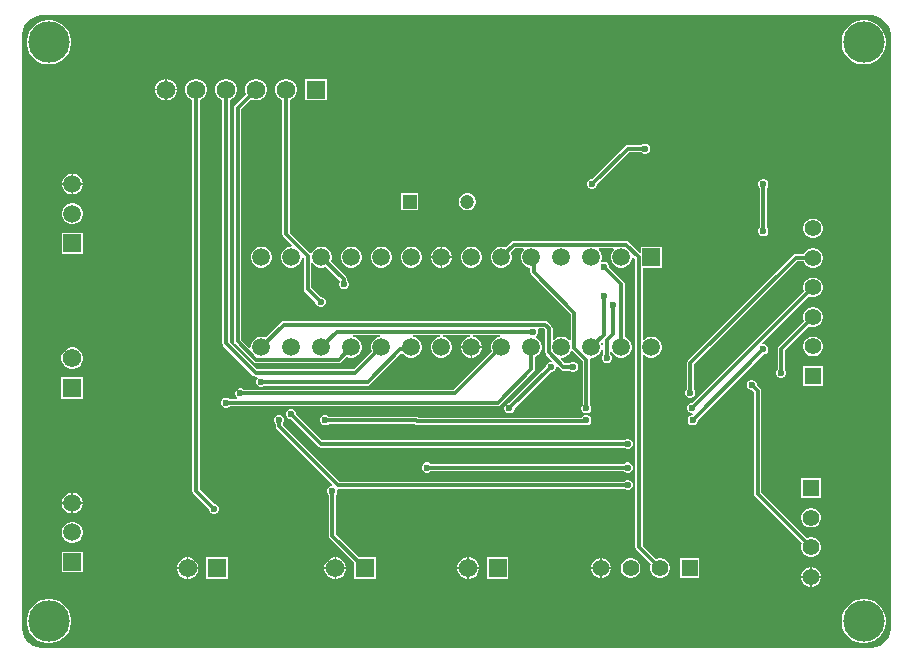
<source format=gbl>
G04*
G04 #@! TF.GenerationSoftware,Altium Limited,Altium Designer,23.4.1 (23)*
G04*
G04 Layer_Physical_Order=2*
G04 Layer_Color=16711680*
%FSLAX44Y44*%
%MOMM*%
G71*
G04*
G04 #@! TF.SameCoordinates,2805C024-4D9A-4381-85FD-023388383D32*
G04*
G04*
G04 #@! TF.FilePolarity,Positive*
G04*
G01*
G75*
%ADD35R,1.5700X1.5700*%
%ADD36C,1.5700*%
%ADD41R,1.4000X1.4000*%
%ADD42C,1.4000*%
%ADD43R,1.4000X1.4000*%
%ADD45C,0.3500*%
%ADD46C,3.5000*%
%ADD47R,1.5080X1.5080*%
%ADD48C,1.5080*%
%ADD49R,1.5750X1.5750*%
%ADD50C,1.5750*%
%ADD51R,1.5750X1.5750*%
%ADD52R,1.5000X1.5000*%
%ADD53C,1.5000*%
%ADD54C,1.2000*%
%ADD55R,1.2000X1.2000*%
%ADD56C,0.6000*%
G36*
X720000Y537961D02*
X721769Y537961D01*
X725239Y537271D01*
X728508Y535917D01*
X731449Y533951D01*
X733951Y531449D01*
X735917Y528508D01*
X737271Y525239D01*
X737961Y521769D01*
X737961Y520000D01*
X737961Y20000D01*
X737961Y18231D01*
X737271Y14761D01*
X735917Y11492D01*
X733951Y8551D01*
X731449Y6049D01*
X728508Y4083D01*
X725239Y2729D01*
X721769Y2039D01*
X720000D01*
X20000Y2039D01*
X18231D01*
X14761Y2729D01*
X11492Y4083D01*
X8551Y6049D01*
X6049Y8551D01*
X4083Y11492D01*
X2729Y14761D01*
X2039Y18231D01*
X2039Y20000D01*
Y520000D01*
X2039Y521769D01*
X2729Y525239D01*
X4083Y528508D01*
X6049Y531449D01*
X8551Y533951D01*
X11492Y535917D01*
X14761Y537271D01*
X18231Y537961D01*
X20000Y537961D01*
X720000Y537961D01*
D02*
G37*
%LPC*%
G36*
X716849Y533770D02*
X713151D01*
X709525Y533049D01*
X706109Y531634D01*
X703035Y529580D01*
X700420Y526965D01*
X698366Y523891D01*
X696951Y520475D01*
X696230Y516849D01*
Y513151D01*
X696951Y509525D01*
X698366Y506109D01*
X700420Y503035D01*
X703035Y500420D01*
X706109Y498366D01*
X709525Y496951D01*
X713151Y496230D01*
X716849D01*
X720475Y496951D01*
X723891Y498366D01*
X726965Y500420D01*
X729580Y503035D01*
X731634Y506109D01*
X733049Y509525D01*
X733770Y513151D01*
Y516849D01*
X733049Y520475D01*
X731634Y523891D01*
X729580Y526965D01*
X726965Y529580D01*
X723891Y531634D01*
X720475Y533049D01*
X716849Y533770D01*
D02*
G37*
G36*
X26849D02*
X23151D01*
X19525Y533049D01*
X16109Y531634D01*
X13035Y529580D01*
X10420Y526965D01*
X8366Y523891D01*
X6951Y520475D01*
X6230Y516849D01*
Y513151D01*
X6951Y509525D01*
X8366Y506109D01*
X10420Y503035D01*
X13035Y500420D01*
X16109Y498366D01*
X19525Y496951D01*
X23151Y496230D01*
X26849D01*
X30475Y496951D01*
X33891Y498366D01*
X36965Y500420D01*
X39580Y503035D01*
X41634Y506109D01*
X43049Y509525D01*
X43770Y513151D01*
Y516849D01*
X43049Y520475D01*
X41634Y523891D01*
X39580Y526965D01*
X36965Y529580D01*
X33891Y531634D01*
X30475Y533049D01*
X26849Y533770D01*
D02*
G37*
G36*
X125401Y484120D02*
X124835D01*
Y475635D01*
X133320D01*
Y476201D01*
X132698Y478520D01*
X131498Y480600D01*
X129800Y482298D01*
X127720Y483498D01*
X125401Y484120D01*
D02*
G37*
G36*
X123565D02*
X122999D01*
X120680Y483498D01*
X118600Y482298D01*
X116902Y480600D01*
X115702Y478520D01*
X115080Y476201D01*
Y475635D01*
X123565D01*
Y484120D01*
D02*
G37*
G36*
X260320D02*
X242080D01*
Y465880D01*
X260320D01*
Y484120D01*
D02*
G37*
G36*
X133320Y474365D02*
X124835D01*
Y465880D01*
X125401D01*
X127720Y466502D01*
X129800Y467702D01*
X131498Y469400D01*
X132698Y471480D01*
X133320Y473799D01*
Y474365D01*
D02*
G37*
G36*
X123565D02*
X115080D01*
Y473799D01*
X115702Y471480D01*
X116902Y469400D01*
X118600Y467702D01*
X120680Y466502D01*
X122999Y465880D01*
X123565D01*
Y474365D01*
D02*
G37*
G36*
X530849Y429270D02*
X529151D01*
X527581Y428620D01*
X527040Y428079D01*
X515000D01*
X513822Y427845D01*
X512823Y427177D01*
X484915Y399270D01*
X484151D01*
X482581Y398620D01*
X481380Y397419D01*
X480730Y395849D01*
Y394151D01*
X481380Y392581D01*
X482581Y391380D01*
X484151Y390730D01*
X485849D01*
X487419Y391380D01*
X488620Y392581D01*
X489270Y394151D01*
Y394915D01*
X516275Y421921D01*
X527040D01*
X527581Y421380D01*
X529151Y420730D01*
X530849D01*
X532419Y421380D01*
X533620Y422581D01*
X534270Y424151D01*
Y425849D01*
X533620Y427419D01*
X532419Y428620D01*
X530849Y429270D01*
D02*
G37*
G36*
X46160Y403810D02*
X45635D01*
Y395635D01*
X53810D01*
Y396160D01*
X53210Y398400D01*
X52050Y400410D01*
X50409Y402050D01*
X48401Y403210D01*
X46160Y403810D01*
D02*
G37*
G36*
X44365D02*
X43840D01*
X41599Y403210D01*
X39590Y402050D01*
X37950Y400410D01*
X36790Y398400D01*
X36190Y396160D01*
Y395635D01*
X44365D01*
Y403810D01*
D02*
G37*
G36*
X53810Y394365D02*
X45635D01*
Y386190D01*
X46160D01*
X48401Y386790D01*
X50409Y387950D01*
X52050Y389590D01*
X53210Y391600D01*
X53810Y393840D01*
Y394365D01*
D02*
G37*
G36*
X44365D02*
X36190D01*
Y393840D01*
X36790Y391600D01*
X37950Y389590D01*
X39590Y387950D01*
X41599Y386790D01*
X43840Y386190D01*
X44365D01*
Y394365D01*
D02*
G37*
G36*
X380357Y387270D02*
X378443D01*
X376594Y386775D01*
X374936Y385817D01*
X373583Y384464D01*
X372625Y382806D01*
X372130Y380957D01*
Y379043D01*
X372625Y377194D01*
X373583Y375536D01*
X374936Y374183D01*
X376594Y373225D01*
X378443Y372730D01*
X380357D01*
X382206Y373225D01*
X383864Y374183D01*
X385217Y375536D01*
X386175Y377194D01*
X386670Y379043D01*
Y380957D01*
X386175Y382806D01*
X385217Y384464D01*
X383864Y385817D01*
X382206Y386775D01*
X380357Y387270D01*
D02*
G37*
G36*
X337870D02*
X323330D01*
Y372730D01*
X337870D01*
Y387270D01*
D02*
G37*
G36*
X46160Y378810D02*
X43840D01*
X41599Y378210D01*
X39590Y377050D01*
X37950Y375410D01*
X36790Y373400D01*
X36190Y371160D01*
Y368840D01*
X36790Y366600D01*
X37950Y364590D01*
X39590Y362950D01*
X41599Y361790D01*
X43840Y361190D01*
X46160D01*
X48401Y361790D01*
X50409Y362950D01*
X52050Y364590D01*
X53210Y366600D01*
X53810Y368840D01*
Y371160D01*
X53210Y373400D01*
X52050Y375410D01*
X50409Y377050D01*
X48401Y378210D01*
X46160Y378810D01*
D02*
G37*
G36*
X630849Y399270D02*
X629151D01*
X627581Y398620D01*
X626380Y397419D01*
X625730Y395849D01*
Y394151D01*
X626380Y392581D01*
X626921Y392040D01*
Y357960D01*
X626380Y357419D01*
X625730Y355849D01*
Y354151D01*
X626380Y352581D01*
X627581Y351380D01*
X629151Y350730D01*
X630849D01*
X632419Y351380D01*
X633620Y352581D01*
X634270Y354151D01*
Y355849D01*
X633620Y357419D01*
X633079Y357960D01*
Y392040D01*
X633620Y392581D01*
X634270Y394151D01*
Y395849D01*
X633620Y397419D01*
X632419Y398620D01*
X630849Y399270D01*
D02*
G37*
G36*
X673089Y365770D02*
X670911D01*
X668808Y365207D01*
X666922Y364118D01*
X665383Y362578D01*
X664294Y360692D01*
X663730Y358589D01*
Y356411D01*
X664294Y354308D01*
X665383Y352422D01*
X666922Y350882D01*
X668808Y349794D01*
X670911Y349230D01*
X673089D01*
X675192Y349794D01*
X677078Y350882D01*
X678618Y352422D01*
X679707Y354308D01*
X680270Y356411D01*
Y358589D01*
X679707Y360692D01*
X678618Y362578D01*
X677078Y364118D01*
X675192Y365207D01*
X673089Y365770D01*
D02*
G37*
G36*
X53810Y353810D02*
X36190D01*
Y336190D01*
X53810D01*
Y353810D01*
D02*
G37*
G36*
X358455Y341870D02*
X357935D01*
Y333735D01*
X366070D01*
Y334254D01*
X365472Y336485D01*
X364318Y338485D01*
X362685Y340118D01*
X360685Y341272D01*
X358455Y341870D01*
D02*
G37*
G36*
X356665D02*
X356146D01*
X353915Y341272D01*
X351915Y340118D01*
X350282Y338485D01*
X349128Y336485D01*
X348530Y334254D01*
Y333735D01*
X356665D01*
Y341870D01*
D02*
G37*
G36*
X383855D02*
X381545D01*
X379315Y341272D01*
X377315Y340118D01*
X375682Y338485D01*
X374528Y336485D01*
X373930Y334254D01*
Y331945D01*
X374528Y329715D01*
X375682Y327715D01*
X377315Y326082D01*
X379315Y324927D01*
X381545Y324330D01*
X383855D01*
X386085Y324927D01*
X388085Y326082D01*
X389718Y327715D01*
X390872Y329715D01*
X391470Y331945D01*
Y334254D01*
X390872Y336485D01*
X389718Y338485D01*
X388085Y340118D01*
X386085Y341272D01*
X383855Y341870D01*
D02*
G37*
G36*
X366070Y332465D02*
X357935D01*
Y324330D01*
X358455D01*
X360685Y324927D01*
X362685Y326082D01*
X364318Y327715D01*
X365472Y329715D01*
X366070Y331945D01*
Y332465D01*
D02*
G37*
G36*
X356665D02*
X348530D01*
Y331945D01*
X349128Y329715D01*
X350282Y327715D01*
X351915Y326082D01*
X353915Y324927D01*
X356146Y324330D01*
X356665D01*
Y332465D01*
D02*
G37*
G36*
X333055Y341870D02*
X330746D01*
X328515Y341272D01*
X326515Y340118D01*
X324882Y338485D01*
X323728Y336485D01*
X323130Y334254D01*
Y331945D01*
X323728Y329715D01*
X324882Y327715D01*
X326515Y326082D01*
X328515Y324927D01*
X330746Y324330D01*
X333055D01*
X335285Y324927D01*
X337285Y326082D01*
X338918Y327715D01*
X340072Y329715D01*
X340670Y331945D01*
Y334254D01*
X340072Y336485D01*
X338918Y338485D01*
X337285Y340118D01*
X335285Y341272D01*
X333055Y341870D01*
D02*
G37*
G36*
X307655D02*
X305345D01*
X303115Y341272D01*
X301115Y340118D01*
X299482Y338485D01*
X298328Y336485D01*
X297730Y334254D01*
Y331945D01*
X298328Y329715D01*
X299482Y327715D01*
X301115Y326082D01*
X303115Y324927D01*
X305345Y324330D01*
X307655D01*
X309885Y324927D01*
X311885Y326082D01*
X313518Y327715D01*
X314672Y329715D01*
X315270Y331945D01*
Y334254D01*
X314672Y336485D01*
X313518Y338485D01*
X311885Y340118D01*
X309885Y341272D01*
X307655Y341870D01*
D02*
G37*
G36*
X282255D02*
X279946D01*
X277715Y341272D01*
X275715Y340118D01*
X274082Y338485D01*
X272928Y336485D01*
X272330Y334254D01*
Y331945D01*
X272928Y329715D01*
X274082Y327715D01*
X275715Y326082D01*
X277715Y324927D01*
X279946Y324330D01*
X282255D01*
X284485Y324927D01*
X286485Y326082D01*
X288118Y327715D01*
X289272Y329715D01*
X289870Y331945D01*
Y334254D01*
X289272Y336485D01*
X288118Y338485D01*
X286485Y340118D01*
X284485Y341272D01*
X282255Y341870D01*
D02*
G37*
G36*
X206055D02*
X203745D01*
X201515Y341272D01*
X199515Y340118D01*
X197882Y338485D01*
X196728Y336485D01*
X196130Y334254D01*
Y331945D01*
X196728Y329715D01*
X197882Y327715D01*
X199515Y326082D01*
X201515Y324927D01*
X203745Y324330D01*
X206055D01*
X208285Y324927D01*
X210285Y326082D01*
X211918Y327715D01*
X213072Y329715D01*
X213670Y331945D01*
Y334254D01*
X213072Y336485D01*
X211918Y338485D01*
X210285Y340118D01*
X208285Y341272D01*
X206055Y341870D01*
D02*
G37*
G36*
X673089Y340770D02*
X670911D01*
X668808Y340206D01*
X666922Y339118D01*
X665383Y337578D01*
X664294Y335692D01*
X664264Y335579D01*
X657500D01*
X656322Y335345D01*
X655323Y334677D01*
X566003Y245357D01*
X565335Y244358D01*
X565101Y243180D01*
Y221140D01*
X564560Y220599D01*
X563910Y219029D01*
Y217331D01*
X564560Y215761D01*
X565761Y214560D01*
X567331Y213910D01*
X569029D01*
X570599Y214560D01*
X571800Y215761D01*
X572450Y217331D01*
Y219029D01*
X571800Y220599D01*
X571259Y221140D01*
Y241905D01*
X658775Y329421D01*
X664264D01*
X664294Y329308D01*
X665383Y327422D01*
X666922Y325882D01*
X668808Y324794D01*
X670911Y324230D01*
X673089D01*
X675192Y324794D01*
X677078Y325882D01*
X678618Y327422D01*
X679707Y329308D01*
X680270Y331411D01*
Y333589D01*
X679707Y335692D01*
X678618Y337578D01*
X677078Y339118D01*
X675192Y340206D01*
X673089Y340770D01*
D02*
G37*
G36*
X227001Y484120D02*
X224599D01*
X222280Y483498D01*
X220200Y482298D01*
X218502Y480600D01*
X217302Y478520D01*
X216680Y476201D01*
Y473799D01*
X217302Y471480D01*
X218502Y469400D01*
X220200Y467702D01*
X222280Y466502D01*
X222721Y466383D01*
Y352477D01*
X222955Y351299D01*
X223623Y350300D01*
X230783Y343140D01*
X230257Y341870D01*
X229146D01*
X226915Y341272D01*
X224915Y340118D01*
X223282Y338485D01*
X222128Y336485D01*
X221530Y334254D01*
Y331945D01*
X222128Y329715D01*
X223282Y327715D01*
X224915Y326082D01*
X226915Y324927D01*
X229146Y324330D01*
X231455D01*
X233685Y324927D01*
X235685Y326082D01*
X237318Y327715D01*
X238472Y329715D01*
X239070Y331945D01*
Y332515D01*
X240329Y333083D01*
X240988Y332571D01*
Y305933D01*
X241222Y304755D01*
X241890Y303755D01*
X250730Y294915D01*
Y294151D01*
X251380Y292581D01*
X252581Y291380D01*
X254151Y290730D01*
X255849D01*
X257419Y291380D01*
X258620Y292581D01*
X259270Y294151D01*
Y295849D01*
X258620Y297419D01*
X257419Y298620D01*
X255849Y299270D01*
X255085D01*
X247146Y307208D01*
Y327836D01*
X248416Y328176D01*
X248682Y327715D01*
X250315Y326082D01*
X252315Y324927D01*
X254545Y324330D01*
X256855D01*
X259085Y324927D01*
X259359Y325086D01*
X271443Y313003D01*
Y312481D01*
X271380Y312419D01*
X270730Y310849D01*
Y309151D01*
X271380Y307581D01*
X272581Y306380D01*
X274151Y305730D01*
X275849D01*
X277419Y306380D01*
X278620Y307581D01*
X279270Y309151D01*
Y310849D01*
X278620Y312419D01*
X277601Y313438D01*
Y314278D01*
X277601Y314278D01*
X277366Y315457D01*
X276699Y316456D01*
X263714Y329440D01*
X263872Y329715D01*
X264470Y331945D01*
Y334254D01*
X263872Y336485D01*
X262718Y338485D01*
X261085Y340118D01*
X259085Y341272D01*
X256855Y341870D01*
X254545D01*
X252315Y341272D01*
X250315Y340118D01*
X248682Y338485D01*
X247611Y336629D01*
X246905Y336438D01*
X246706Y336423D01*
X246199Y336433D01*
X228879Y353753D01*
Y466383D01*
X229320Y466502D01*
X231400Y467702D01*
X233098Y469400D01*
X234298Y471480D01*
X234920Y473799D01*
Y476201D01*
X234298Y478520D01*
X233098Y480600D01*
X231400Y482298D01*
X229320Y483498D01*
X227001Y484120D01*
D02*
G37*
G36*
X673089Y315770D02*
X670911D01*
X668808Y315206D01*
X666922Y314117D01*
X665383Y312578D01*
X664294Y310692D01*
X663730Y308589D01*
Y306411D01*
X664279Y304363D01*
X569666Y209750D01*
X568671D01*
X567101Y209100D01*
X565900Y207899D01*
X565250Y206329D01*
Y204631D01*
X565900Y203061D01*
X567101Y201860D01*
X568671Y201210D01*
X569934D01*
X570533Y200136D01*
X569791Y199270D01*
X569151D01*
X567581Y198620D01*
X566380Y197419D01*
X565730Y195849D01*
Y194151D01*
X566380Y192581D01*
X567581Y191380D01*
X569151Y190730D01*
X570849D01*
X572419Y191380D01*
X573620Y192581D01*
X574270Y194151D01*
Y194915D01*
X630085Y250730D01*
X630849D01*
X632419Y251380D01*
X633620Y252581D01*
X634270Y254151D01*
Y255849D01*
X633620Y257419D01*
X632419Y258620D01*
X630849Y259270D01*
X629691D01*
X629165Y260540D01*
X668561Y299936D01*
X668808Y299793D01*
X670911Y299230D01*
X673089D01*
X675192Y299793D01*
X677078Y300882D01*
X678618Y302422D01*
X679707Y304308D01*
X680270Y306411D01*
Y308589D01*
X679707Y310692D01*
X678618Y312578D01*
X677078Y314117D01*
X675192Y315206D01*
X673089Y315770D01*
D02*
G37*
G36*
Y290770D02*
X670911D01*
X668808Y290207D01*
X666922Y289118D01*
X665383Y287578D01*
X664294Y285692D01*
X663730Y283589D01*
Y281411D01*
X664294Y279308D01*
X664352Y279207D01*
X642823Y257677D01*
X642155Y256678D01*
X641921Y255500D01*
Y237959D01*
X641380Y237419D01*
X640730Y235849D01*
Y234151D01*
X641380Y232581D01*
X642581Y231380D01*
X644151Y230730D01*
X645849D01*
X647419Y231380D01*
X648620Y232581D01*
X649270Y234151D01*
Y235849D01*
X648620Y237419D01*
X648079Y237959D01*
Y254224D01*
X668707Y274852D01*
X668808Y274794D01*
X670911Y274230D01*
X673089D01*
X675192Y274794D01*
X677078Y275882D01*
X678618Y277422D01*
X679707Y279308D01*
X680270Y281411D01*
Y283589D01*
X679707Y285692D01*
X678618Y287578D01*
X677078Y289118D01*
X675192Y290207D01*
X673089Y290770D01*
D02*
G37*
G36*
Y265770D02*
X670911D01*
X668808Y265206D01*
X666922Y264118D01*
X665383Y262578D01*
X664294Y260692D01*
X663730Y258589D01*
Y256411D01*
X664294Y254308D01*
X665383Y252422D01*
X666922Y250882D01*
X668808Y249793D01*
X670911Y249230D01*
X673089D01*
X675192Y249793D01*
X677078Y250882D01*
X678618Y252422D01*
X679707Y254308D01*
X680270Y256411D01*
Y258589D01*
X679707Y260692D01*
X678618Y262578D01*
X677078Y264118D01*
X675192Y265206D01*
X673089Y265770D01*
D02*
G37*
G36*
X391470Y256265D02*
X383335D01*
Y248130D01*
X383855D01*
X386085Y248727D01*
X388085Y249882D01*
X389718Y251515D01*
X390872Y253515D01*
X391470Y255745D01*
Y256265D01*
D02*
G37*
G36*
X382065D02*
X373930D01*
Y255745D01*
X374528Y253515D01*
X375682Y251515D01*
X377315Y249882D01*
X379315Y248727D01*
X381545Y248130D01*
X382065D01*
Y256265D01*
D02*
G37*
G36*
X45954Y256645D02*
X43546D01*
X41220Y256022D01*
X39135Y254818D01*
X37432Y253115D01*
X36228Y251030D01*
X35605Y248704D01*
Y246296D01*
X36228Y243970D01*
X37432Y241885D01*
X39135Y240182D01*
X41220Y238978D01*
X43546Y238355D01*
X45954D01*
X48280Y238978D01*
X50365Y240182D01*
X52068Y241885D01*
X53272Y243970D01*
X53895Y246296D01*
Y248704D01*
X53272Y251030D01*
X52068Y253115D01*
X50365Y254818D01*
X48280Y256022D01*
X45954Y256645D01*
D02*
G37*
G36*
X201601Y484120D02*
X199199D01*
X196880Y483498D01*
X194800Y482298D01*
X193102Y480600D01*
X191901Y478520D01*
X191280Y476201D01*
Y473799D01*
X191901Y471480D01*
X192130Y471084D01*
X182823Y461777D01*
X182155Y460778D01*
X181921Y459600D01*
Y261922D01*
X182155Y260744D01*
X182823Y259745D01*
X198365Y244203D01*
X198365Y244203D01*
X199364Y243535D01*
X200543Y243301D01*
X200543Y243301D01*
X270580D01*
X271758Y243535D01*
X272757Y244203D01*
X277441Y248886D01*
X277715Y248727D01*
X279946Y248130D01*
X282255D01*
X284485Y248727D01*
X286485Y249882D01*
X288118Y251515D01*
X289272Y253515D01*
X289870Y255745D01*
Y258054D01*
X289272Y260285D01*
X288118Y262285D01*
X286485Y263918D01*
X284485Y265072D01*
X282255Y265670D01*
X282300Y266921D01*
X305300D01*
X305345Y265670D01*
X303115Y265072D01*
X301115Y263918D01*
X299482Y262285D01*
X298328Y260285D01*
X297730Y258054D01*
Y255745D01*
X298328Y253515D01*
X298486Y253241D01*
X283325Y238079D01*
X201275D01*
X178079Y261275D01*
Y466383D01*
X178520Y466502D01*
X180600Y467702D01*
X182298Y469400D01*
X183498Y471480D01*
X184120Y473799D01*
Y476201D01*
X183498Y478520D01*
X182298Y480600D01*
X180600Y482298D01*
X178520Y483498D01*
X176201Y484120D01*
X173799D01*
X171480Y483498D01*
X169400Y482298D01*
X167702Y480600D01*
X166502Y478520D01*
X165880Y476201D01*
Y473799D01*
X166502Y471480D01*
X167702Y469400D01*
X169400Y467702D01*
X171480Y466502D01*
X171921Y466383D01*
Y260000D01*
X172155Y258822D01*
X172823Y257823D01*
X197823Y232823D01*
X197823Y232823D01*
X198822Y232155D01*
X200000Y231921D01*
X200000Y231921D01*
X201586D01*
X202112Y230651D01*
X201380Y229919D01*
X200730Y228349D01*
Y226651D01*
X201380Y225081D01*
X202581Y223880D01*
X204151Y223230D01*
X205849D01*
X207419Y223880D01*
X207959Y224421D01*
X295000D01*
X296178Y224655D01*
X297177Y225323D01*
X323501Y251646D01*
X324879Y251520D01*
X324882Y251515D01*
X326515Y249882D01*
X328515Y248727D01*
X330746Y248130D01*
X333055D01*
X335285Y248727D01*
X337285Y249882D01*
X338918Y251515D01*
X340072Y253515D01*
X340670Y255745D01*
Y258054D01*
X340072Y260285D01*
X338918Y262285D01*
X337285Y263918D01*
X335285Y265072D01*
X333055Y265670D01*
X333101Y266921D01*
X356100D01*
X356146Y265670D01*
X353915Y265072D01*
X351915Y263918D01*
X350282Y262285D01*
X349128Y260285D01*
X348530Y258054D01*
Y255745D01*
X349128Y253515D01*
X350282Y251515D01*
X351915Y249882D01*
X353915Y248727D01*
X356146Y248130D01*
X358455D01*
X360685Y248727D01*
X362685Y249882D01*
X364318Y251515D01*
X365472Y253515D01*
X366070Y255745D01*
Y258054D01*
X365472Y260285D01*
X364318Y262285D01*
X362685Y263918D01*
X360685Y265072D01*
X358455Y265670D01*
X358501Y266921D01*
X381500D01*
X381545Y265670D01*
X379315Y265072D01*
X377315Y263918D01*
X375682Y262285D01*
X374528Y260285D01*
X373930Y258054D01*
Y257535D01*
X382700D01*
X391470D01*
Y258054D01*
X390872Y260285D01*
X389718Y262285D01*
X388085Y263918D01*
X386085Y265072D01*
X383855Y265670D01*
X383900Y266921D01*
X406900D01*
X406945Y265670D01*
X404715Y265072D01*
X402715Y263918D01*
X401082Y262285D01*
X399928Y260285D01*
X399330Y258054D01*
Y255745D01*
X399928Y253515D01*
X400086Y253241D01*
X367690Y220844D01*
X190194D01*
X189654Y221385D01*
X188084Y222035D01*
X186386D01*
X184816Y221385D01*
X183615Y220184D01*
X182965Y218614D01*
Y216916D01*
X183615Y215346D01*
X184612Y214349D01*
X184393Y213385D01*
X184223Y213079D01*
X177959D01*
X177419Y213620D01*
X175849Y214270D01*
X174151D01*
X172581Y213620D01*
X171380Y212419D01*
X170730Y210849D01*
Y209151D01*
X171380Y207581D01*
X172581Y206380D01*
X174151Y205730D01*
X175849D01*
X177419Y206380D01*
X177959Y206921D01*
X405000D01*
X406178Y207155D01*
X407177Y207823D01*
X435677Y236323D01*
X436345Y237322D01*
X436579Y238500D01*
Y248646D01*
X436885Y248727D01*
X438885Y249882D01*
X440518Y251515D01*
X441672Y253515D01*
X442270Y255745D01*
Y258054D01*
X441672Y260285D01*
X440518Y262285D01*
X438885Y263918D01*
X437175Y264905D01*
X437095Y265846D01*
X437217Y266297D01*
X437419Y266380D01*
X438620Y267581D01*
X439270Y269151D01*
Y270849D01*
X438930Y271671D01*
X439757Y272941D01*
X444034D01*
X445301Y271674D01*
Y252542D01*
X445535Y251364D01*
X446203Y250365D01*
X451124Y245443D01*
X451092Y245305D01*
X450502Y244270D01*
X449151D01*
X447581Y243620D01*
X446380Y242419D01*
X445730Y240849D01*
Y240084D01*
X414915Y209270D01*
X414151D01*
X412581Y208620D01*
X411380Y207419D01*
X410730Y205849D01*
Y204151D01*
X411380Y202581D01*
X412581Y201380D01*
X414151Y200730D01*
X415849D01*
X417419Y201380D01*
X418620Y202581D01*
X419270Y204151D01*
Y204915D01*
X450085Y235730D01*
X450849D01*
X452419Y236380D01*
X453620Y237581D01*
X454270Y239151D01*
Y240502D01*
X455305Y241092D01*
X455443Y241125D01*
X458553Y238015D01*
X459552Y237348D01*
X460730Y237113D01*
X465828D01*
X466561Y236380D01*
X468131Y235730D01*
X469829D01*
X471399Y236380D01*
X472600Y237581D01*
X473250Y239151D01*
Y240849D01*
X472600Y242419D01*
X471399Y243620D01*
X469829Y244270D01*
X468131D01*
X466561Y243620D01*
X466213Y243272D01*
X462006D01*
X458417Y246860D01*
X458943Y248130D01*
X460055D01*
X462285Y248727D01*
X464285Y249882D01*
X465918Y251515D01*
X466922Y253254D01*
X467827Y253544D01*
X468401Y253567D01*
X476921Y245047D01*
Y207959D01*
X476380Y207419D01*
X475730Y205849D01*
Y204151D01*
X476380Y202581D01*
X477581Y201380D01*
X479151Y200730D01*
X480849D01*
X482419Y201380D01*
X483620Y202581D01*
X484270Y204151D01*
Y205849D01*
X483620Y207419D01*
X483079Y207959D01*
Y246322D01*
X482960Y246922D01*
X482964Y246948D01*
X483774Y248047D01*
X483916Y248130D01*
X485455D01*
X487685Y248727D01*
X489685Y249882D01*
X491318Y251515D01*
X492472Y253515D01*
X493070Y255745D01*
Y258054D01*
X492472Y260285D01*
X492314Y260559D01*
X493177Y261422D01*
X494350Y260936D01*
Y250389D01*
X493880Y249919D01*
X493230Y248349D01*
Y246651D01*
X493880Y245081D01*
X495081Y243880D01*
X496651Y243230D01*
X498349D01*
X499919Y243880D01*
X501120Y245081D01*
X501770Y246651D01*
Y248349D01*
X501120Y249919D01*
X500508Y250530D01*
Y252740D01*
X501778Y253081D01*
X502682Y251515D01*
X504315Y249882D01*
X506315Y248727D01*
X508545Y248130D01*
X510855D01*
X513085Y248727D01*
X515085Y249882D01*
X516718Y251515D01*
X517872Y253515D01*
X518470Y255745D01*
Y258054D01*
X517872Y260285D01*
X516718Y262285D01*
X515085Y263918D01*
X513085Y265072D01*
X512779Y265154D01*
Y310300D01*
X512545Y311478D01*
X511877Y312477D01*
X499270Y325085D01*
Y325849D01*
X498620Y327419D01*
X497419Y328620D01*
X495849Y329270D01*
X494151D01*
X493535Y329015D01*
X493050Y329335D01*
X492543Y329979D01*
X493070Y331945D01*
Y334254D01*
X492472Y336485D01*
X491318Y338485D01*
X490532Y339271D01*
X491058Y340541D01*
X502942D01*
X503468Y339271D01*
X502682Y338485D01*
X501528Y336485D01*
X500930Y334254D01*
Y331945D01*
X501528Y329715D01*
X502682Y327715D01*
X504315Y326082D01*
X506315Y324927D01*
X508545Y324330D01*
X510855D01*
X513085Y324927D01*
X515085Y326082D01*
X516718Y327715D01*
X517872Y329715D01*
X518470Y331945D01*
Y333057D01*
X519740Y333583D01*
X521501Y331822D01*
Y87670D01*
X521735Y86492D01*
X522403Y85493D01*
X534852Y73043D01*
X534794Y72942D01*
X534230Y70839D01*
Y68661D01*
X534794Y66558D01*
X535882Y64672D01*
X537422Y63132D01*
X539308Y62044D01*
X541411Y61480D01*
X543589D01*
X545692Y62044D01*
X547578Y63132D01*
X549118Y64672D01*
X550206Y66558D01*
X550770Y68661D01*
Y70839D01*
X550206Y72942D01*
X549118Y74828D01*
X547578Y76368D01*
X545692Y77456D01*
X543589Y78020D01*
X541411D01*
X539308Y77456D01*
X539207Y77398D01*
X527659Y88945D01*
Y250142D01*
X528929Y250668D01*
X529715Y249882D01*
X531715Y248727D01*
X533946Y248130D01*
X536255D01*
X538485Y248727D01*
X540485Y249882D01*
X542118Y251515D01*
X543272Y253515D01*
X543870Y255745D01*
Y258054D01*
X543272Y260285D01*
X542118Y262285D01*
X540485Y263918D01*
X538485Y265072D01*
X536255Y265670D01*
X533946D01*
X531715Y265072D01*
X529715Y263918D01*
X528929Y263132D01*
X527659Y263658D01*
Y324330D01*
X543870D01*
Y341870D01*
X526330D01*
Y337361D01*
X525157Y336875D01*
X516235Y345797D01*
X515236Y346465D01*
X514058Y346699D01*
X418620D01*
X417442Y346465D01*
X416443Y345797D01*
X411759Y341114D01*
X411485Y341272D01*
X409255Y341870D01*
X406945D01*
X404715Y341272D01*
X402715Y340118D01*
X401082Y338485D01*
X399928Y336485D01*
X399330Y334254D01*
Y331945D01*
X399928Y329715D01*
X401082Y327715D01*
X402715Y326082D01*
X404715Y324927D01*
X406945Y324330D01*
X409255D01*
X411485Y324927D01*
X413485Y326082D01*
X415118Y327715D01*
X416272Y329715D01*
X416870Y331945D01*
Y334254D01*
X416272Y336485D01*
X416114Y336759D01*
X419896Y340541D01*
X426742D01*
X427268Y339271D01*
X426482Y338485D01*
X425328Y336485D01*
X424730Y334254D01*
Y331945D01*
X425328Y329715D01*
X426482Y327715D01*
X428115Y326082D01*
X430115Y324927D01*
X432346Y324330D01*
X432621D01*
Y320377D01*
X432856Y319199D01*
X433523Y318200D01*
X466921Y284802D01*
Y262929D01*
X465651Y262552D01*
X464285Y263918D01*
X462285Y265072D01*
X460055Y265670D01*
X457746D01*
X455515Y265072D01*
X453515Y263918D01*
X452729Y263132D01*
X451459Y263658D01*
Y272950D01*
X451225Y274128D01*
X450557Y275127D01*
X450557Y275127D01*
X447487Y278197D01*
X446488Y278865D01*
X445310Y279099D01*
X224020D01*
X222842Y278865D01*
X221843Y278197D01*
X208559Y264914D01*
X208285Y265072D01*
X206055Y265670D01*
X203745D01*
X201515Y265072D01*
X199515Y263918D01*
X197882Y262285D01*
X196728Y260285D01*
X196130Y258054D01*
Y256943D01*
X194860Y256417D01*
X188079Y263198D01*
Y458325D01*
X196484Y466730D01*
X196880Y466502D01*
X199199Y465880D01*
X201601D01*
X203920Y466502D01*
X206000Y467702D01*
X207698Y469400D01*
X208899Y471480D01*
X209520Y473799D01*
Y476201D01*
X208899Y478520D01*
X207698Y480600D01*
X206000Y482298D01*
X203920Y483498D01*
X201601Y484120D01*
D02*
G37*
G36*
X680270Y240770D02*
X663730D01*
Y224230D01*
X680270D01*
Y240770D01*
D02*
G37*
G36*
X53895Y231645D02*
X35605D01*
Y213355D01*
X53895D01*
Y231645D01*
D02*
G37*
G36*
X480849Y199270D02*
X479151D01*
X477581Y198620D01*
X476380Y197419D01*
X476231Y197059D01*
X338371D01*
X338252Y197177D01*
X337253Y197845D01*
X336075Y198079D01*
X261940D01*
X261399Y198620D01*
X259829Y199270D01*
X258131D01*
X256561Y198620D01*
X255360Y197419D01*
X254710Y195849D01*
Y194151D01*
X255360Y192581D01*
X256561Y191380D01*
X258131Y190730D01*
X259829D01*
X261399Y191380D01*
X261940Y191921D01*
X334800D01*
X334918Y191803D01*
X335917Y191135D01*
X337095Y190901D01*
X478303D01*
X478597Y190959D01*
X479151Y190730D01*
X480849D01*
X482419Y191380D01*
X483620Y192581D01*
X484270Y194151D01*
Y195849D01*
X483620Y197419D01*
X482419Y198620D01*
X480849Y199270D01*
D02*
G37*
G36*
X230849Y204270D02*
X229151D01*
X227581Y203620D01*
X226380Y202419D01*
X225730Y200849D01*
Y199151D01*
X226380Y197581D01*
X227581Y196380D01*
X229151Y195730D01*
X229915D01*
X252823Y172823D01*
X252823Y172823D01*
X253822Y172155D01*
X255000Y171921D01*
X255000Y171921D01*
X512040D01*
X512581Y171380D01*
X514151Y170730D01*
X515849D01*
X517419Y171380D01*
X518620Y172581D01*
X519270Y174151D01*
Y175849D01*
X518620Y177419D01*
X517419Y178620D01*
X515849Y179270D01*
X514151D01*
X512581Y178620D01*
X512040Y178079D01*
X256275D01*
X234270Y200085D01*
Y200849D01*
X233620Y202419D01*
X232419Y203620D01*
X230849Y204270D01*
D02*
G37*
G36*
X515849Y159270D02*
X514151D01*
X512581Y158620D01*
X512040Y158079D01*
X347960D01*
X347419Y158620D01*
X345849Y159270D01*
X344151D01*
X342581Y158620D01*
X341380Y157419D01*
X340730Y155849D01*
Y154151D01*
X341380Y152581D01*
X342581Y151380D01*
X344151Y150730D01*
X345849D01*
X347419Y151380D01*
X347960Y151921D01*
X512040D01*
X512581Y151380D01*
X514151Y150730D01*
X515849D01*
X517419Y151380D01*
X518620Y152581D01*
X519270Y154151D01*
Y155849D01*
X518620Y157419D01*
X517419Y158620D01*
X515849Y159270D01*
D02*
G37*
G36*
X220849Y199270D02*
X219151D01*
X217581Y198620D01*
X216380Y197419D01*
X215730Y195849D01*
Y194151D01*
X216380Y192581D01*
X216921Y192041D01*
Y190000D01*
X217155Y188822D01*
X217823Y187823D01*
X265105Y140540D01*
X264579Y139270D01*
X264151D01*
X262581Y138620D01*
X261380Y137419D01*
X260730Y135849D01*
Y134151D01*
X261380Y132581D01*
X261921Y132041D01*
Y97250D01*
X262155Y96072D01*
X262823Y95073D01*
X283355Y74540D01*
Y60605D01*
X301645D01*
Y78895D01*
X287710D01*
X268079Y98525D01*
Y132041D01*
X268620Y132581D01*
X269270Y134151D01*
Y135771D01*
X269292Y135882D01*
X269617Y136359D01*
X270201Y136921D01*
X512040D01*
X512581Y136380D01*
X514151Y135730D01*
X515849D01*
X517419Y136380D01*
X518620Y137581D01*
X519270Y139151D01*
Y140849D01*
X518620Y142419D01*
X517419Y143620D01*
X515849Y144270D01*
X514151D01*
X512581Y143620D01*
X512040Y143079D01*
X271275D01*
X223079Y191276D01*
Y192041D01*
X223620Y192581D01*
X224270Y194151D01*
Y195849D01*
X223620Y197419D01*
X222419Y198620D01*
X220849Y199270D01*
D02*
G37*
G36*
X678520Y145770D02*
X661980D01*
Y129230D01*
X678520D01*
Y145770D01*
D02*
G37*
G36*
X45910Y133810D02*
X45385D01*
Y125635D01*
X53560D01*
Y126160D01*
X52960Y128400D01*
X51800Y130409D01*
X50160Y132050D01*
X48151Y133210D01*
X45910Y133810D01*
D02*
G37*
G36*
X44115D02*
X43590D01*
X41350Y133210D01*
X39341Y132050D01*
X37700Y130409D01*
X36540Y128400D01*
X35940Y126160D01*
Y125635D01*
X44115D01*
Y133810D01*
D02*
G37*
G36*
X53560Y124365D02*
X45385D01*
Y116190D01*
X45910D01*
X48151Y116790D01*
X50160Y117950D01*
X51800Y119591D01*
X52960Y121600D01*
X53560Y123840D01*
Y124365D01*
D02*
G37*
G36*
X44115D02*
X35940D01*
Y123840D01*
X36540Y121600D01*
X37700Y119591D01*
X39341Y117950D01*
X41350Y116790D01*
X43590Y116190D01*
X44115D01*
Y124365D01*
D02*
G37*
G36*
X150801Y484120D02*
X148399D01*
X146080Y483498D01*
X144000Y482298D01*
X142302Y480600D01*
X141102Y478520D01*
X140480Y476201D01*
Y473799D01*
X141102Y471480D01*
X142302Y469400D01*
X144000Y467702D01*
X146080Y466502D01*
X146521Y466383D01*
Y135400D01*
X146755Y134222D01*
X147423Y133223D01*
X160730Y119915D01*
Y119151D01*
X161380Y117581D01*
X162581Y116380D01*
X164151Y115730D01*
X165849D01*
X167419Y116380D01*
X168620Y117581D01*
X169270Y119151D01*
Y120849D01*
X168620Y122419D01*
X167419Y123620D01*
X165849Y124270D01*
X165085D01*
X152679Y136675D01*
Y466383D01*
X153120Y466502D01*
X155200Y467702D01*
X156898Y469400D01*
X158098Y471480D01*
X158720Y473799D01*
Y476201D01*
X158098Y478520D01*
X156898Y480600D01*
X155200Y482298D01*
X153120Y483498D01*
X150801Y484120D01*
D02*
G37*
G36*
X671339Y120770D02*
X669161D01*
X667058Y120206D01*
X665172Y119118D01*
X663632Y117578D01*
X662544Y115692D01*
X661980Y113589D01*
Y111411D01*
X662544Y109308D01*
X663632Y107422D01*
X665172Y105882D01*
X667058Y104794D01*
X669161Y104230D01*
X671339D01*
X673442Y104794D01*
X675328Y105882D01*
X676868Y107422D01*
X677956Y109308D01*
X678520Y111411D01*
Y113589D01*
X677956Y115692D01*
X676868Y117578D01*
X675328Y119118D01*
X673442Y120206D01*
X671339Y120770D01*
D02*
G37*
G36*
X45910Y108810D02*
X43590D01*
X41350Y108210D01*
X39341Y107050D01*
X37700Y105409D01*
X36540Y103400D01*
X35940Y101160D01*
Y98840D01*
X36540Y96600D01*
X37700Y94591D01*
X39341Y92950D01*
X41350Y91790D01*
X43590Y91190D01*
X45910D01*
X48151Y91790D01*
X50160Y92950D01*
X51800Y94591D01*
X52960Y96600D01*
X53560Y98840D01*
Y101160D01*
X52960Y103400D01*
X51800Y105409D01*
X50160Y107050D01*
X48151Y108210D01*
X45910Y108810D01*
D02*
G37*
G36*
X620849Y229270D02*
X619151D01*
X617581Y228620D01*
X616380Y227419D01*
X615730Y225849D01*
Y224151D01*
X616380Y222581D01*
X617581Y221380D01*
X619151Y220730D01*
X619915D01*
X621921Y218725D01*
Y132750D01*
X622155Y131572D01*
X622823Y130573D01*
X662602Y90793D01*
X662544Y90692D01*
X661980Y88589D01*
Y86411D01*
X662544Y84308D01*
X663632Y82422D01*
X665172Y80882D01*
X667058Y79794D01*
X669161Y79230D01*
X671339D01*
X673442Y79794D01*
X675328Y80882D01*
X676868Y82422D01*
X677956Y84308D01*
X678520Y86411D01*
Y88589D01*
X677956Y90692D01*
X676868Y92578D01*
X675328Y94118D01*
X673442Y95206D01*
X671339Y95770D01*
X669161D01*
X667058Y95206D01*
X666957Y95148D01*
X628079Y134025D01*
Y220000D01*
X627845Y221178D01*
X627177Y222177D01*
X624270Y225085D01*
Y225849D01*
X623620Y227419D01*
X622419Y228620D01*
X620849Y229270D01*
D02*
G37*
G36*
X381204Y79145D02*
X380635D01*
Y70635D01*
X389145D01*
Y71204D01*
X388522Y73530D01*
X387318Y75615D01*
X385615Y77318D01*
X383530Y78522D01*
X381204Y79145D01*
D02*
G37*
G36*
X379365D02*
X378796D01*
X376470Y78522D01*
X374385Y77318D01*
X372682Y75615D01*
X371478Y73530D01*
X370855Y71204D01*
Y70635D01*
X379365D01*
Y79145D01*
D02*
G37*
G36*
X493589Y78020D02*
X493135D01*
Y70385D01*
X500770D01*
Y70839D01*
X500206Y72942D01*
X499118Y74828D01*
X497578Y76368D01*
X495692Y77456D01*
X493589Y78020D01*
D02*
G37*
G36*
X491865D02*
X491411D01*
X489308Y77456D01*
X487422Y76368D01*
X485882Y74828D01*
X484794Y72942D01*
X484230Y70839D01*
Y70385D01*
X491865D01*
Y78020D01*
D02*
G37*
G36*
X268704Y78895D02*
X268135D01*
Y70385D01*
X276645D01*
Y70954D01*
X276022Y73280D01*
X274818Y75365D01*
X273115Y77068D01*
X271030Y78272D01*
X268704Y78895D01*
D02*
G37*
G36*
X266865D02*
X266296D01*
X263970Y78272D01*
X261885Y77068D01*
X260182Y75365D01*
X258978Y73280D01*
X258355Y70954D01*
Y70385D01*
X266865D01*
Y78895D01*
D02*
G37*
G36*
X143704D02*
X143135D01*
Y70385D01*
X151645D01*
Y70954D01*
X151022Y73280D01*
X149818Y75365D01*
X148115Y77068D01*
X146030Y78272D01*
X143704Y78895D01*
D02*
G37*
G36*
X141865D02*
X141296D01*
X138970Y78272D01*
X136885Y77068D01*
X135182Y75365D01*
X133978Y73280D01*
X133355Y70954D01*
Y70385D01*
X141865D01*
Y78895D01*
D02*
G37*
G36*
X53560Y83810D02*
X35940D01*
Y66190D01*
X53560D01*
Y83810D01*
D02*
G37*
G36*
X671339Y70770D02*
X670885D01*
Y63135D01*
X678520D01*
Y63589D01*
X677956Y65692D01*
X676868Y67578D01*
X675328Y69118D01*
X673442Y70206D01*
X671339Y70770D01*
D02*
G37*
G36*
X669615D02*
X669161D01*
X667058Y70206D01*
X665172Y69118D01*
X663632Y67578D01*
X662544Y65692D01*
X661980Y63589D01*
Y63135D01*
X669615D01*
Y70770D01*
D02*
G37*
G36*
X575770Y78020D02*
X559230D01*
Y61480D01*
X575770D01*
Y78020D01*
D02*
G37*
G36*
X518589D02*
X516411D01*
X514308Y77456D01*
X512422Y76368D01*
X510882Y74828D01*
X509794Y72942D01*
X509230Y70839D01*
Y68661D01*
X509794Y66558D01*
X510882Y64672D01*
X512422Y63132D01*
X514308Y62044D01*
X516411Y61480D01*
X518589D01*
X520692Y62044D01*
X522578Y63132D01*
X524118Y64672D01*
X525206Y66558D01*
X525770Y68661D01*
Y70839D01*
X525206Y72942D01*
X524118Y74828D01*
X522578Y76368D01*
X520692Y77456D01*
X518589Y78020D01*
D02*
G37*
G36*
X500770Y69115D02*
X493135D01*
Y61480D01*
X493589D01*
X495692Y62044D01*
X497578Y63132D01*
X499118Y64672D01*
X500206Y66558D01*
X500770Y68661D01*
Y69115D01*
D02*
G37*
G36*
X491865D02*
X484230D01*
Y68661D01*
X484794Y66558D01*
X485882Y64672D01*
X487422Y63132D01*
X489308Y62044D01*
X491411Y61480D01*
X491865D01*
Y69115D01*
D02*
G37*
G36*
X414145Y79145D02*
X395855D01*
Y60855D01*
X414145D01*
Y79145D01*
D02*
G37*
G36*
X389145Y69365D02*
X380635D01*
Y60855D01*
X381204D01*
X383530Y61478D01*
X385615Y62682D01*
X387318Y64385D01*
X388522Y66470D01*
X389145Y68796D01*
Y69365D01*
D02*
G37*
G36*
X379365D02*
X370855D01*
Y68796D01*
X371478Y66470D01*
X372682Y64385D01*
X374385Y62682D01*
X376470Y61478D01*
X378796Y60855D01*
X379365D01*
Y69365D01*
D02*
G37*
G36*
X276645Y69115D02*
X268135D01*
Y60605D01*
X268704D01*
X271030Y61228D01*
X273115Y62432D01*
X274818Y64135D01*
X276022Y66220D01*
X276645Y68546D01*
Y69115D01*
D02*
G37*
G36*
X266865D02*
X258355D01*
Y68546D01*
X258978Y66220D01*
X260182Y64135D01*
X261885Y62432D01*
X263970Y61228D01*
X266296Y60605D01*
X266865D01*
Y69115D01*
D02*
G37*
G36*
X176645Y78895D02*
X158355D01*
Y60605D01*
X176645D01*
Y78895D01*
D02*
G37*
G36*
X151645Y69115D02*
X143135D01*
Y60605D01*
X143704D01*
X146030Y61228D01*
X148115Y62432D01*
X149818Y64135D01*
X151022Y66220D01*
X151645Y68546D01*
Y69115D01*
D02*
G37*
G36*
X141865D02*
X133355D01*
Y68546D01*
X133978Y66220D01*
X135182Y64135D01*
X136885Y62432D01*
X138970Y61228D01*
X141296Y60605D01*
X141865D01*
Y69115D01*
D02*
G37*
G36*
X678520Y61865D02*
X670885D01*
Y54230D01*
X671339D01*
X673442Y54794D01*
X675328Y55882D01*
X676868Y57422D01*
X677956Y59308D01*
X678520Y61411D01*
Y61865D01*
D02*
G37*
G36*
X669615D02*
X661980D01*
Y61411D01*
X662544Y59308D01*
X663632Y57422D01*
X665172Y55882D01*
X667058Y54794D01*
X669161Y54230D01*
X669615D01*
Y61865D01*
D02*
G37*
G36*
X716849Y43770D02*
X713151D01*
X709525Y43049D01*
X706109Y41634D01*
X703035Y39580D01*
X700420Y36965D01*
X698366Y33891D01*
X696951Y30475D01*
X696230Y26849D01*
Y23151D01*
X696951Y19525D01*
X698366Y16109D01*
X700420Y13035D01*
X703035Y10420D01*
X706109Y8366D01*
X709525Y6951D01*
X713151Y6230D01*
X716849D01*
X720475Y6951D01*
X723891Y8366D01*
X726965Y10420D01*
X729580Y13035D01*
X731634Y16109D01*
X733049Y19525D01*
X733770Y23151D01*
Y26849D01*
X733049Y30475D01*
X731634Y33891D01*
X729580Y36965D01*
X726965Y39580D01*
X723891Y41634D01*
X720475Y43049D01*
X716849Y43770D01*
D02*
G37*
G36*
X26849D02*
X23151D01*
X19525Y43049D01*
X16109Y41634D01*
X13035Y39580D01*
X10420Y36965D01*
X8366Y33891D01*
X6951Y30475D01*
X6230Y26849D01*
Y23151D01*
X6951Y19525D01*
X8366Y16109D01*
X10420Y13035D01*
X13035Y10420D01*
X16109Y8366D01*
X19525Y6951D01*
X23151Y6230D01*
X26849D01*
X30475Y6951D01*
X33891Y8366D01*
X36965Y10420D01*
X39580Y13035D01*
X41634Y16109D01*
X43049Y19525D01*
X43770Y23151D01*
Y26849D01*
X43049Y30475D01*
X41634Y33891D01*
X39580Y36965D01*
X36965Y39580D01*
X33891Y41634D01*
X30475Y43049D01*
X26849Y43770D01*
D02*
G37*
%LPD*%
D35*
X251200Y475000D02*
D03*
D36*
X225800D02*
D03*
X200400D02*
D03*
X175000D02*
D03*
X149600D02*
D03*
X124200D02*
D03*
D41*
X670250Y137500D02*
D03*
X672000Y232500D02*
D03*
D42*
X670250Y112500D02*
D03*
Y87500D02*
D03*
Y62500D02*
D03*
X542500Y69750D02*
D03*
X517500D02*
D03*
X492500D02*
D03*
X672000Y357500D02*
D03*
Y332500D02*
D03*
Y307500D02*
D03*
Y282500D02*
D03*
Y257500D02*
D03*
D43*
X567500Y69750D02*
D03*
D45*
X255000Y175000D02*
X515000D01*
X230000Y200000D02*
X255000Y175000D01*
X570000Y195000D02*
X630000Y255000D01*
X415000Y205000D02*
X450000Y240000D01*
Y240000D01*
X205000Y227500D02*
X295000D01*
X330000Y255000D02*
X331900Y256900D01*
X295000Y227500D02*
X322500Y255000D01*
X330000D01*
X200000Y235000D02*
X284600D01*
X306500Y256900D01*
X224020Y276020D02*
X445310D01*
X448380Y252542D02*
Y272950D01*
X268800Y270000D02*
X435000D01*
X255700Y256900D02*
X268800Y270000D01*
X204900Y256900D02*
X224020Y276020D01*
X445310D02*
X448380Y272950D01*
X484300Y256900D02*
X495000Y267600D01*
Y300000D01*
X497429Y263283D02*
X502500Y268354D01*
Y292500D01*
X497429Y247571D02*
X497500Y247500D01*
X497429Y247571D02*
Y263283D01*
X620000Y225000D02*
X625000Y220000D01*
Y132750D02*
X670250Y87500D01*
X625000Y132750D02*
Y220000D01*
X630000Y355000D02*
Y395000D01*
X515000Y425000D02*
X530000D01*
X485000Y395000D02*
X515000Y425000D01*
X495000Y325000D02*
X509700Y310300D01*
Y256900D02*
Y310300D01*
X408100Y333100D02*
X418620Y343620D01*
X514058D02*
X524580Y333097D01*
X418620Y343620D02*
X514058D01*
X258980Y195000D02*
X336075D01*
X265000Y97250D02*
X292500Y69750D01*
X265000Y97250D02*
Y135000D01*
X448380Y252542D02*
X460730Y240192D01*
X336075Y195000D02*
X337095Y193980D01*
X478303D01*
X479324Y195000D01*
X480000D01*
X270000Y140000D02*
X515000D01*
X220000Y190000D02*
X270000Y140000D01*
X220000Y190000D02*
Y195000D01*
X185000Y459600D02*
X200400Y475000D01*
X185000Y261922D02*
Y459600D01*
Y261922D02*
X200543Y246380D01*
X270580D02*
X281100Y256900D01*
X200543Y246380D02*
X270580D01*
X244067Y305933D02*
X255000Y295000D01*
X244067Y305933D02*
Y334210D01*
X225800Y352477D02*
X244067Y334210D01*
X225800Y352477D02*
Y475000D01*
X175000Y260000D02*
Y475000D01*
Y260000D02*
X200000Y235000D01*
X345000Y155000D02*
X515000D01*
X524580Y87670D02*
X542500Y69750D01*
X524580Y87670D02*
Y333097D01*
X149600Y135400D02*
Y475000D01*
Y135400D02*
X165000Y120000D01*
X569520Y205480D02*
X569750D01*
X671770Y307500D01*
X630000Y255000D02*
X630000D01*
X671770Y307500D02*
X672000D01*
X568180Y218180D02*
Y243180D01*
X255700Y333100D02*
X274522Y314278D01*
Y310478D02*
Y314278D01*
Y310478D02*
X275000Y310000D01*
X175000Y210000D02*
X405000D01*
X187235Y217765D02*
X368965D01*
X405000Y210000D02*
X433500Y238500D01*
X368965Y217765D02*
X408100Y256900D01*
X480000Y205000D02*
Y246322D01*
X470000Y256322D02*
X480000Y246322D01*
X435701Y320377D02*
X470000Y286077D01*
Y256322D02*
Y286077D01*
X468788Y240192D02*
X468980Y240000D01*
X460730Y240192D02*
X468788D01*
X433500Y333100D02*
X435701Y330899D01*
Y320377D02*
Y330899D01*
X433500Y238500D02*
Y256900D01*
X645000Y235000D02*
Y255500D01*
X672000Y282500D01*
X568180Y243180D02*
X657500Y332500D01*
X672000D01*
D46*
X715000Y515000D02*
D03*
Y25000D02*
D03*
X25000D02*
D03*
Y515000D02*
D03*
D47*
X45000Y345000D02*
D03*
X44750Y75000D02*
D03*
D48*
X45000Y370000D02*
D03*
Y395000D02*
D03*
X44750Y100000D02*
D03*
Y125000D02*
D03*
D49*
Y222500D02*
D03*
D50*
Y247500D02*
D03*
X142500Y69750D02*
D03*
X267500D02*
D03*
X380000Y70000D02*
D03*
D51*
X167500Y69750D02*
D03*
X292500D02*
D03*
X405000Y70000D02*
D03*
D52*
X535100Y333100D02*
D03*
D53*
X509700D02*
D03*
X484300D02*
D03*
X458900D02*
D03*
X433500D02*
D03*
X408100D02*
D03*
X382700D02*
D03*
X357300D02*
D03*
X331900D02*
D03*
X306500D02*
D03*
X281100D02*
D03*
X255700D02*
D03*
X230300D02*
D03*
X204900D02*
D03*
X535100Y256900D02*
D03*
X509700D02*
D03*
X484300D02*
D03*
X458900D02*
D03*
X433500D02*
D03*
X408100D02*
D03*
X382700D02*
D03*
X357300D02*
D03*
X331900D02*
D03*
X306500D02*
D03*
X281100D02*
D03*
X255700D02*
D03*
X230300D02*
D03*
X204900D02*
D03*
D54*
X379400Y380000D02*
D03*
D55*
X330600D02*
D03*
D56*
X590000Y182500D02*
D03*
X460000Y185000D02*
D03*
X402500Y202500D02*
D03*
X570000Y195000D02*
D03*
X95000Y255000D02*
D03*
X100000Y322500D02*
D03*
X435000Y437500D02*
D03*
X302500Y435000D02*
D03*
X290000Y360000D02*
D03*
X415000Y205000D02*
D03*
X205000Y227500D02*
D03*
X502500Y292500D02*
D03*
X497500Y247500D02*
D03*
X495000Y300000D02*
D03*
X620000Y225000D02*
D03*
X630000Y395000D02*
D03*
Y355000D02*
D03*
X530000Y425000D02*
D03*
X485000Y395000D02*
D03*
X495000Y325000D02*
D03*
X258980Y195000D02*
D03*
X265000Y135000D02*
D03*
X435000Y270000D02*
D03*
X450000Y240000D02*
D03*
X515000Y140000D02*
D03*
X255000Y295000D02*
D03*
X515000Y155000D02*
D03*
X345000D02*
D03*
X165000Y120000D02*
D03*
X220000Y195000D02*
D03*
X569520Y205480D02*
D03*
X568180Y218180D02*
D03*
X230000Y200000D02*
D03*
X515000Y175000D02*
D03*
X275000Y310000D02*
D03*
X480000Y195000D02*
D03*
Y205000D02*
D03*
X468980Y240000D02*
D03*
X187235Y217765D02*
D03*
X175000Y210000D02*
D03*
X630000Y255000D02*
D03*
X645000Y235000D02*
D03*
M02*

</source>
